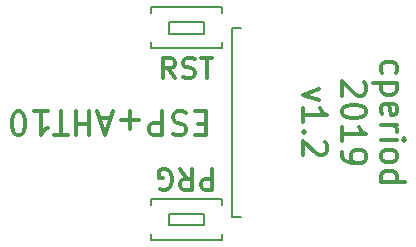
<source format=gbr>
G04 #@! TF.GenerationSoftware,KiCad,Pcbnew,5.0.2-bee76a0~70~ubuntu18.04.1*
G04 #@! TF.CreationDate,2019-11-14T18:25:57-05:00*
G04 #@! TF.ProjectId,ESP-AHT10-Extra,4553502d-4148-4543-9130-2d4578747261,1.2*
G04 #@! TF.SameCoordinates,PX7bfa480PY66c2270*
G04 #@! TF.FileFunction,Legend,Top*
G04 #@! TF.FilePolarity,Positive*
%FSLAX46Y46*%
G04 Gerber Fmt 4.6, Leading zero omitted, Abs format (unit mm)*
G04 Created by KiCad (PCBNEW 5.0.2-bee76a0~70~ubuntu18.04.1) date Thu 14 Nov 2019 06:25:57 PM EST*
%MOMM*%
%LPD*%
G01*
G04 APERTURE LIST*
%ADD10C,0.300000*%
%ADD11C,0.152400*%
%ADD12C,0.150000*%
G04 APERTURE END LIST*
D10*
X33340476Y14640477D02*
X33245238Y14830953D01*
X33245238Y15211905D01*
X33340476Y15402381D01*
X33435714Y15497620D01*
X33626190Y15592858D01*
X34197619Y15592858D01*
X34388095Y15497620D01*
X34483333Y15402381D01*
X34578571Y15211905D01*
X34578571Y14830953D01*
X34483333Y14640477D01*
X34578571Y13783334D02*
X32578571Y13783334D01*
X34483333Y13783334D02*
X34578571Y13592858D01*
X34578571Y13211905D01*
X34483333Y13021429D01*
X34388095Y12926191D01*
X34197619Y12830953D01*
X33626190Y12830953D01*
X33435714Y12926191D01*
X33340476Y13021429D01*
X33245238Y13211905D01*
X33245238Y13592858D01*
X33340476Y13783334D01*
X33340476Y11211905D02*
X33245238Y11402381D01*
X33245238Y11783334D01*
X33340476Y11973810D01*
X33530952Y12069048D01*
X34292857Y12069048D01*
X34483333Y11973810D01*
X34578571Y11783334D01*
X34578571Y11402381D01*
X34483333Y11211905D01*
X34292857Y11116667D01*
X34102380Y11116667D01*
X33911904Y12069048D01*
X33245238Y10259524D02*
X34578571Y10259524D01*
X34197619Y10259524D02*
X34388095Y10164286D01*
X34483333Y10069048D01*
X34578571Y9878572D01*
X34578571Y9688096D01*
X33245238Y9021429D02*
X34578571Y9021429D01*
X35245238Y9021429D02*
X35150000Y9116667D01*
X35054761Y9021429D01*
X35150000Y8926191D01*
X35245238Y9021429D01*
X35054761Y9021429D01*
X33245238Y7783334D02*
X33340476Y7973810D01*
X33435714Y8069048D01*
X33626190Y8164286D01*
X34197619Y8164286D01*
X34388095Y8069048D01*
X34483333Y7973810D01*
X34578571Y7783334D01*
X34578571Y7497620D01*
X34483333Y7307143D01*
X34388095Y7211905D01*
X34197619Y7116667D01*
X33626190Y7116667D01*
X33435714Y7211905D01*
X33340476Y7307143D01*
X33245238Y7497620D01*
X33245238Y7783334D01*
X33245238Y5402381D02*
X35245238Y5402381D01*
X33340476Y5402381D02*
X33245238Y5592858D01*
X33245238Y5973810D01*
X33340476Y6164286D01*
X33435714Y6259524D01*
X33626190Y6354762D01*
X34197619Y6354762D01*
X34388095Y6259524D01*
X34483333Y6164286D01*
X34578571Y5973810D01*
X34578571Y5592858D01*
X34483333Y5402381D01*
X31754761Y13878572D02*
X31850000Y13783334D01*
X31945238Y13592858D01*
X31945238Y13116667D01*
X31850000Y12926191D01*
X31754761Y12830953D01*
X31564285Y12735715D01*
X31373809Y12735715D01*
X31088095Y12830953D01*
X29945238Y13973810D01*
X29945238Y12735715D01*
X31945238Y11497620D02*
X31945238Y11307143D01*
X31850000Y11116667D01*
X31754761Y11021429D01*
X31564285Y10926191D01*
X31183333Y10830953D01*
X30707142Y10830953D01*
X30326190Y10926191D01*
X30135714Y11021429D01*
X30040476Y11116667D01*
X29945238Y11307143D01*
X29945238Y11497620D01*
X30040476Y11688096D01*
X30135714Y11783334D01*
X30326190Y11878572D01*
X30707142Y11973810D01*
X31183333Y11973810D01*
X31564285Y11878572D01*
X31754761Y11783334D01*
X31850000Y11688096D01*
X31945238Y11497620D01*
X29945238Y8926191D02*
X29945238Y10069048D01*
X29945238Y9497620D02*
X31945238Y9497620D01*
X31659523Y9688096D01*
X31469047Y9878572D01*
X31373809Y10069048D01*
X29945238Y7973810D02*
X29945238Y7592858D01*
X30040476Y7402381D01*
X30135714Y7307143D01*
X30421428Y7116667D01*
X30802380Y7021429D01*
X31564285Y7021429D01*
X31754761Y7116667D01*
X31850000Y7211905D01*
X31945238Y7402381D01*
X31945238Y7783334D01*
X31850000Y7973810D01*
X31754761Y8069048D01*
X31564285Y8164286D01*
X31088095Y8164286D01*
X30897619Y8069048D01*
X30802380Y7973810D01*
X30707142Y7783334D01*
X30707142Y7402381D01*
X30802380Y7211905D01*
X30897619Y7116667D01*
X31088095Y7021429D01*
X27978571Y13307143D02*
X26645238Y12830953D01*
X27978571Y12354762D01*
X26645238Y10545239D02*
X26645238Y11688096D01*
X26645238Y11116667D02*
X28645238Y11116667D01*
X28359523Y11307143D01*
X28169047Y11497620D01*
X28073809Y11688096D01*
X26835714Y9688096D02*
X26740476Y9592858D01*
X26645238Y9688096D01*
X26740476Y9783334D01*
X26835714Y9688096D01*
X26645238Y9688096D01*
X28454761Y8830953D02*
X28550000Y8735715D01*
X28645238Y8545239D01*
X28645238Y8069048D01*
X28550000Y7878572D01*
X28454761Y7783334D01*
X28264285Y7688096D01*
X28073809Y7688096D01*
X27788095Y7783334D01*
X26645238Y8926191D01*
X26645238Y7688096D01*
X18440476Y10357143D02*
X17773809Y10357143D01*
X17488095Y11404762D02*
X18440476Y11404762D01*
X18440476Y9404762D01*
X17488095Y9404762D01*
X16726190Y11309524D02*
X16440476Y11404762D01*
X15964285Y11404762D01*
X15773809Y11309524D01*
X15678571Y11214286D01*
X15583333Y11023810D01*
X15583333Y10833334D01*
X15678571Y10642858D01*
X15773809Y10547620D01*
X15964285Y10452381D01*
X16345238Y10357143D01*
X16535714Y10261905D01*
X16630952Y10166667D01*
X16726190Y9976191D01*
X16726190Y9785715D01*
X16630952Y9595239D01*
X16535714Y9500000D01*
X16345238Y9404762D01*
X15869047Y9404762D01*
X15583333Y9500000D01*
X14726190Y11404762D02*
X14726190Y9404762D01*
X13964285Y9404762D01*
X13773809Y9500000D01*
X13678571Y9595239D01*
X13583333Y9785715D01*
X13583333Y10071429D01*
X13678571Y10261905D01*
X13773809Y10357143D01*
X13964285Y10452381D01*
X14726190Y10452381D01*
X12726190Y10642858D02*
X11202380Y10642858D01*
X11964285Y11404762D02*
X11964285Y9880953D01*
X10345238Y10833334D02*
X9392857Y10833334D01*
X10535714Y11404762D02*
X9869047Y9404762D01*
X9202380Y11404762D01*
X8535714Y11404762D02*
X8535714Y9404762D01*
X8535714Y10357143D02*
X7392857Y10357143D01*
X7392857Y11404762D02*
X7392857Y9404762D01*
X6726190Y9404762D02*
X5583333Y9404762D01*
X6154761Y11404762D02*
X6154761Y9404762D01*
X3869047Y11404762D02*
X5011904Y11404762D01*
X4440476Y11404762D02*
X4440476Y9404762D01*
X4630952Y9690477D01*
X4821428Y9880953D01*
X5011904Y9976191D01*
X2630952Y9404762D02*
X2440476Y9404762D01*
X2250000Y9500000D01*
X2154761Y9595239D01*
X2059523Y9785715D01*
X1964285Y10166667D01*
X1964285Y10642858D01*
X2059523Y11023810D01*
X2154761Y11214286D01*
X2250000Y11309524D01*
X2440476Y11404762D01*
X2630952Y11404762D01*
X2821428Y11309524D01*
X2916666Y11214286D01*
X3011904Y11023810D01*
X3107142Y10642858D01*
X3107142Y10166667D01*
X3011904Y9785715D01*
X2916666Y9595239D01*
X2821428Y9500000D01*
X2630952Y9404762D01*
X18958333Y6541667D02*
X18958333Y4791667D01*
X18291666Y4791667D01*
X18125000Y4875000D01*
X18041666Y4958334D01*
X17958333Y5125000D01*
X17958333Y5375000D01*
X18041666Y5541667D01*
X18125000Y5625000D01*
X18291666Y5708334D01*
X18958333Y5708334D01*
X16208333Y6541667D02*
X16791666Y5708334D01*
X17208333Y6541667D02*
X17208333Y4791667D01*
X16541666Y4791667D01*
X16375000Y4875000D01*
X16291666Y4958334D01*
X16208333Y5125000D01*
X16208333Y5375000D01*
X16291666Y5541667D01*
X16375000Y5625000D01*
X16541666Y5708334D01*
X17208333Y5708334D01*
X14541666Y4875000D02*
X14708333Y4791667D01*
X14958333Y4791667D01*
X15208333Y4875000D01*
X15375000Y5041667D01*
X15458333Y5208334D01*
X15541666Y5541667D01*
X15541666Y5791667D01*
X15458333Y6125000D01*
X15375000Y6291667D01*
X15208333Y6458334D01*
X14958333Y6541667D01*
X14791666Y6541667D01*
X14541666Y6458334D01*
X14458333Y6375000D01*
X14458333Y5791667D01*
X14791666Y5791667D01*
X15791666Y14208334D02*
X15208333Y15041667D01*
X14791666Y14208334D02*
X14791666Y15958334D01*
X15458333Y15958334D01*
X15625000Y15875000D01*
X15708333Y15791667D01*
X15791666Y15625000D01*
X15791666Y15375000D01*
X15708333Y15208334D01*
X15625000Y15125000D01*
X15458333Y15041667D01*
X14791666Y15041667D01*
X16458333Y14291667D02*
X16708333Y14208334D01*
X17125000Y14208334D01*
X17291666Y14291667D01*
X17375000Y14375000D01*
X17458333Y14541667D01*
X17458333Y14708334D01*
X17375000Y14875000D01*
X17291666Y14958334D01*
X17125000Y15041667D01*
X16791666Y15125000D01*
X16625000Y15208334D01*
X16541666Y15291667D01*
X16458333Y15458334D01*
X16458333Y15625000D01*
X16541666Y15791667D01*
X16625000Y15875000D01*
X16791666Y15958334D01*
X17208333Y15958334D01*
X17458333Y15875000D01*
X17958333Y15958334D02*
X18958333Y15958334D01*
X18458333Y14208334D02*
X18458333Y15958334D01*
D11*
G04 #@! TO.C,U3*
X21350217Y18453626D02*
X20588217Y18453626D01*
X20588217Y18453626D02*
X20588217Y2451626D01*
X20588217Y2451626D02*
X21350217Y2451626D01*
D12*
G04 #@! TO.C,SW1*
X15250000Y19000000D02*
X15250000Y18000000D01*
X18250000Y19000000D02*
X15250000Y19000000D01*
X18250000Y18000000D02*
X18250000Y19000000D01*
X15250000Y18000000D02*
X18250000Y18000000D01*
X19750000Y20250000D02*
X19750000Y19750000D01*
X13750000Y20250000D02*
X19750000Y20250000D01*
X13750000Y19750000D02*
X13750000Y20250000D01*
X19750000Y16750000D02*
X19750000Y17250000D01*
X13750000Y16750000D02*
X19750000Y16750000D01*
X13750000Y17250000D02*
X13750000Y16750000D01*
G04 #@! TO.C,SW2*
X19750000Y3500000D02*
X19750000Y4000000D01*
X19750000Y4000000D02*
X13750000Y4000000D01*
X13750000Y4000000D02*
X13750000Y3500000D01*
X19750000Y1000000D02*
X19750000Y500000D01*
X19750000Y500000D02*
X13750000Y500000D01*
X13750000Y500000D02*
X13750000Y1000000D01*
X18250000Y2750000D02*
X15250000Y2750000D01*
X15250000Y2750000D02*
X15250000Y1750000D01*
X15250000Y1750000D02*
X18250000Y1750000D01*
X18250000Y1750000D02*
X18250000Y2750000D01*
G04 #@! TD*
M02*

</source>
